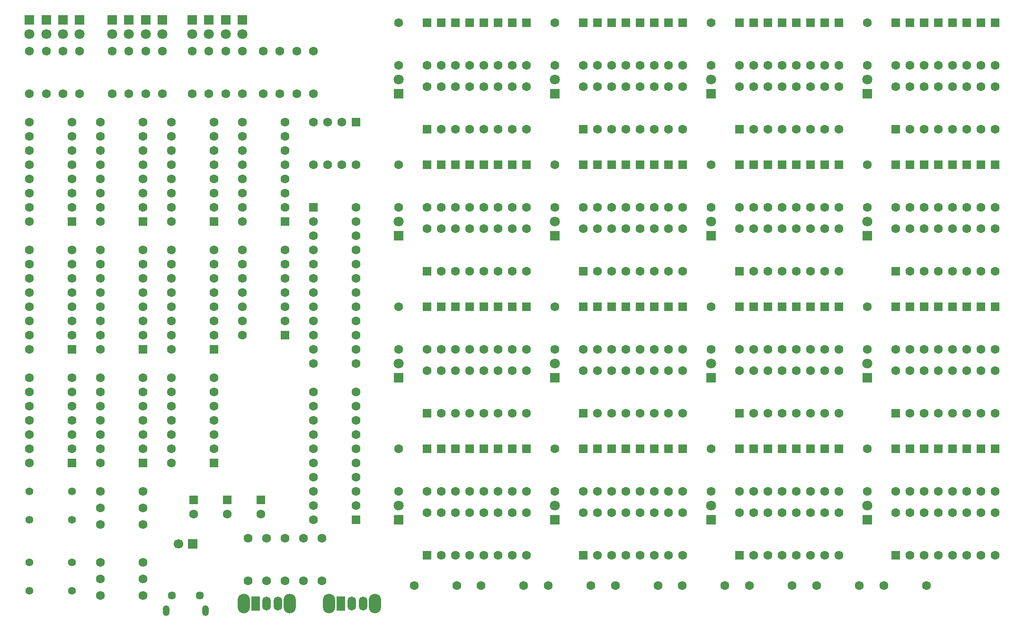
<source format=gbr>
%TF.GenerationSoftware,KiCad,Pcbnew,9.0.5*%
%TF.CreationDate,2025-10-14T21:49:14+01:00*%
%TF.ProjectId,TD4cpu,54443463-7075-42e6-9b69-6361645f7063,rev?*%
%TF.SameCoordinates,Original*%
%TF.FileFunction,Soldermask,Bot*%
%TF.FilePolarity,Negative*%
%FSLAX46Y46*%
G04 Gerber Fmt 4.6, Leading zero omitted, Abs format (unit mm)*
G04 Created by KiCad (PCBNEW 9.0.5) date 2025-10-14 21:49:14*
%MOMM*%
%LPD*%
G01*
G04 APERTURE LIST*
G04 Aperture macros list*
%AMRoundRect*
0 Rectangle with rounded corners*
0 $1 Rounding radius*
0 $2 $3 $4 $5 $6 $7 $8 $9 X,Y pos of 4 corners*
0 Add a 4 corners polygon primitive as box body*
4,1,4,$2,$3,$4,$5,$6,$7,$8,$9,$2,$3,0*
0 Add four circle primitives for the rounded corners*
1,1,$1+$1,$2,$3*
1,1,$1+$1,$4,$5*
1,1,$1+$1,$6,$7*
1,1,$1+$1,$8,$9*
0 Add four rect primitives between the rounded corners*
20,1,$1+$1,$2,$3,$4,$5,0*
20,1,$1+$1,$4,$5,$6,$7,0*
20,1,$1+$1,$6,$7,$8,$9,0*
20,1,$1+$1,$8,$9,$2,$3,0*%
G04 Aperture macros list end*
%ADD10RoundRect,0.250000X-0.550000X0.550000X-0.550000X-0.550000X0.550000X-0.550000X0.550000X0.550000X0*%
%ADD11C,1.600000*%
%ADD12R,1.800000X1.800000*%
%ADD13C,1.800000*%
%ADD14O,2.200000X3.500000*%
%ADD15R,1.500000X2.500000*%
%ADD16O,1.500000X2.500000*%
%ADD17RoundRect,0.250000X0.550000X0.550000X-0.550000X0.550000X-0.550000X-0.550000X0.550000X-0.550000X0*%
%ADD18RoundRect,0.250000X0.550000X-0.550000X0.550000X0.550000X-0.550000X0.550000X-0.550000X-0.550000X0*%
%ADD19RoundRect,0.250000X-0.550000X-0.550000X0.550000X-0.550000X0.550000X0.550000X-0.550000X0.550000X0*%
%ADD20C,1.397000*%
%ADD21R,1.700000X1.700000*%
%ADD22C,1.700000*%
%ADD23O,1.200000X1.900000*%
%ADD24C,1.450000*%
G04 APERTURE END LIST*
D10*
%TO.C,D36*%
X208280000Y-53340000D03*
D11*
X208280000Y-60960000D03*
%TD*%
D12*
%TO.C,D142*%
X175260000Y-142240000D03*
D13*
X175260000Y-139700000D03*
%TD*%
D10*
%TO.C,D126*%
X223520000Y-129540000D03*
D11*
X223520000Y-137160000D03*
%TD*%
D10*
%TO.C,D123*%
X182880000Y-129540000D03*
D11*
X182880000Y-137160000D03*
%TD*%
D14*
%TO.C,SW3*%
X91658000Y-157230000D03*
X99858000Y-157230000D03*
D15*
X93758000Y-157230000D03*
D16*
X95758000Y-157230000D03*
X97758000Y-157230000D03*
%TD*%
D10*
%TO.C,D42*%
X129540000Y-78740000D03*
D11*
X129540000Y-86360000D03*
%TD*%
D12*
%TO.C,D145*%
X203200000Y-116840000D03*
D13*
X203200000Y-114300000D03*
%TD*%
D17*
%TO.C,U13*%
X111760000Y-142240000D03*
D11*
X111760000Y-139700000D03*
X111760000Y-137160000D03*
X111760000Y-134620000D03*
X111760000Y-132080000D03*
X111760000Y-129540000D03*
X111760000Y-127000000D03*
X111760000Y-124460000D03*
X111760000Y-121920000D03*
X111760000Y-119380000D03*
X104140000Y-119380000D03*
X104140000Y-121920000D03*
X104140000Y-124460000D03*
X104140000Y-127000000D03*
X104140000Y-129540000D03*
X104140000Y-132080000D03*
X104140000Y-134620000D03*
X104140000Y-137160000D03*
X104140000Y-139700000D03*
X104140000Y-142240000D03*
%TD*%
D17*
%TO.C,U3*%
X86360000Y-132080000D03*
D11*
X86360000Y-129540000D03*
X86360000Y-127000000D03*
X86360000Y-124460000D03*
X86360000Y-121920000D03*
X86360000Y-119380000D03*
X86360000Y-116840000D03*
X78740000Y-116840000D03*
X78740000Y-119380000D03*
X78740000Y-121920000D03*
X78740000Y-124460000D03*
X78740000Y-127000000D03*
X78740000Y-129540000D03*
X78740000Y-132080000D03*
%TD*%
D17*
%TO.C,U7*%
X99060000Y-109220000D03*
D11*
X99060000Y-106680000D03*
X99060000Y-104140000D03*
X99060000Y-101600000D03*
X99060000Y-99060000D03*
X99060000Y-96520000D03*
X99060000Y-93980000D03*
X91440000Y-93980000D03*
X91440000Y-96520000D03*
X91440000Y-99060000D03*
X91440000Y-101600000D03*
X91440000Y-104140000D03*
X91440000Y-106680000D03*
X91440000Y-109220000D03*
%TD*%
D14*
%TO.C,SW4*%
X106898000Y-157230000D03*
X115098000Y-157230000D03*
D15*
X108998000Y-157230000D03*
D16*
X110998000Y-157230000D03*
X112998000Y-157230000D03*
%TD*%
D10*
%TO.C,D62*%
X223520000Y-78740000D03*
D11*
X223520000Y-86360000D03*
%TD*%
D17*
%TO.C,U10*%
X73660000Y-132080000D03*
D11*
X73660000Y-129540000D03*
X73660000Y-127000000D03*
X73660000Y-124460000D03*
X73660000Y-121920000D03*
X73660000Y-119380000D03*
X73660000Y-116840000D03*
X66040000Y-116840000D03*
X66040000Y-119380000D03*
X66040000Y-121920000D03*
X66040000Y-124460000D03*
X66040000Y-127000000D03*
X66040000Y-129540000D03*
X66040000Y-132080000D03*
%TD*%
D10*
%TO.C,D25*%
X187960000Y-53340000D03*
D11*
X187960000Y-60960000D03*
%TD*%
D10*
%TO.C,D40*%
X134620000Y-78740000D03*
D11*
X134620000Y-86360000D03*
%TD*%
%TO.C,R26*%
X194120000Y-154020000D03*
X201740000Y-154020000D03*
%TD*%
D12*
%TO.C,D141*%
X203200000Y-142240000D03*
D13*
X203200000Y-139700000D03*
%TD*%
D10*
%TO.C,D129*%
X215900000Y-129540000D03*
D11*
X215900000Y-137160000D03*
%TD*%
%TO.C,R21*%
X134120000Y-154020000D03*
X141740000Y-154020000D03*
%TD*%
%TO.C,R1*%
X66040000Y-137160000D03*
X73660000Y-137160000D03*
%TD*%
%TO.C,R4*%
X66040000Y-152860000D03*
X73660000Y-152860000D03*
%TD*%
%TO.C,R41*%
X175260000Y-104140000D03*
X175260000Y-111760000D03*
%TD*%
D10*
%TO.C,D17*%
X160020000Y-53340000D03*
D11*
X160020000Y-60960000D03*
%TD*%
D10*
%TO.C,D120*%
X190500000Y-129540000D03*
D11*
X190500000Y-137160000D03*
%TD*%
D10*
%TO.C,D108*%
X124460000Y-129540000D03*
D11*
X124460000Y-137160000D03*
%TD*%
D10*
%TO.C,D72*%
X134620000Y-104140000D03*
D11*
X134620000Y-111760000D03*
%TD*%
D10*
%TO.C,D124*%
X180340000Y-129540000D03*
D11*
X180340000Y-137160000D03*
%TD*%
D10*
%TO.C,D27*%
X182880000Y-53340000D03*
D11*
X182880000Y-60960000D03*
%TD*%
D10*
%TO.C,D60*%
X180340000Y-78740000D03*
D11*
X180340000Y-86360000D03*
%TD*%
D10*
%TO.C,D106*%
X129540000Y-129540000D03*
D11*
X129540000Y-137160000D03*
%TD*%
D10*
%TO.C,D75*%
X127000000Y-104140000D03*
D11*
X127000000Y-111760000D03*
%TD*%
D12*
%TO.C,D4*%
X82440000Y-52880000D03*
D13*
X82440000Y-55420000D03*
%TD*%
D10*
%TO.C,D45*%
X170180000Y-78740000D03*
D11*
X170180000Y-86360000D03*
%TD*%
D18*
%TO.C,SW18*%
X124460000Y-148590000D03*
D11*
X127000000Y-148590000D03*
X129540000Y-148590000D03*
X132080000Y-148590000D03*
X134620000Y-148590000D03*
X137160000Y-148590000D03*
X139700000Y-148590000D03*
X142240000Y-148590000D03*
X142240000Y-140970000D03*
X139700000Y-140970000D03*
X137160000Y-140970000D03*
X134620000Y-140970000D03*
X132080000Y-140970000D03*
X129540000Y-140970000D03*
X127000000Y-140970000D03*
X124460000Y-140970000D03*
%TD*%
D10*
%TO.C,D71*%
X137160000Y-104140000D03*
D11*
X137160000Y-111760000D03*
%TD*%
D10*
%TO.C,D31*%
X220980000Y-53340000D03*
D11*
X220980000Y-60960000D03*
%TD*%
D10*
%TO.C,D119*%
X193040000Y-129540000D03*
D11*
X193040000Y-137160000D03*
%TD*%
D10*
%TO.C,D46*%
X167640000Y-78740000D03*
D11*
X167640000Y-86360000D03*
%TD*%
D18*
%TO.C,SW14*%
X124460000Y-123190000D03*
D11*
X127000000Y-123190000D03*
X129540000Y-123190000D03*
X132080000Y-123190000D03*
X134620000Y-123190000D03*
X137160000Y-123190000D03*
X139700000Y-123190000D03*
X142240000Y-123190000D03*
X142240000Y-115570000D03*
X139700000Y-115570000D03*
X137160000Y-115570000D03*
X134620000Y-115570000D03*
X132080000Y-115570000D03*
X129540000Y-115570000D03*
X127000000Y-115570000D03*
X124460000Y-115570000D03*
%TD*%
%TO.C,R47*%
X119380000Y-78740000D03*
X119380000Y-86360000D03*
%TD*%
%TO.C,R24*%
X170120000Y-154020000D03*
X177740000Y-154020000D03*
%TD*%
D10*
%TO.C,D86*%
X195580000Y-104140000D03*
D11*
X195580000Y-111760000D03*
%TD*%
D10*
%TO.C,D117*%
X198120000Y-129540000D03*
D11*
X198120000Y-137160000D03*
%TD*%
D17*
%TO.C,U2*%
X86360000Y-88900000D03*
D11*
X86360000Y-86360000D03*
X86360000Y-83820000D03*
X86360000Y-81280000D03*
X86360000Y-78740000D03*
X86360000Y-76200000D03*
X86360000Y-73660000D03*
X86360000Y-71120000D03*
X78740000Y-71120000D03*
X78740000Y-73660000D03*
X78740000Y-76200000D03*
X78740000Y-78740000D03*
X78740000Y-81280000D03*
X78740000Y-83820000D03*
X78740000Y-86360000D03*
X78740000Y-88900000D03*
%TD*%
D10*
%TO.C,D121*%
X187960000Y-129540000D03*
D11*
X187960000Y-137160000D03*
%TD*%
D10*
%TO.C,D114*%
X157480000Y-129540000D03*
D11*
X157480000Y-137160000D03*
%TD*%
D10*
%TO.C,D128*%
X218440000Y-129540000D03*
D11*
X218440000Y-137160000D03*
%TD*%
D10*
%TO.C,D113*%
X160020000Y-129540000D03*
D11*
X160020000Y-137160000D03*
%TD*%
D10*
%TO.C,D97*%
X215900000Y-104140000D03*
D11*
X215900000Y-111760000D03*
%TD*%
D10*
%TO.C,D61*%
X226060000Y-78740000D03*
D11*
X226060000Y-86360000D03*
%TD*%
D10*
%TO.C,D8*%
X134620000Y-53340000D03*
D11*
X134620000Y-60960000D03*
%TD*%
D12*
%TO.C,D133*%
X53340000Y-52880000D03*
D13*
X53340000Y-55420000D03*
%TD*%
D10*
%TO.C,D11*%
X127000000Y-53340000D03*
D11*
X127000000Y-60960000D03*
%TD*%
%TO.C,R20*%
X122120000Y-154020000D03*
X129740000Y-154020000D03*
%TD*%
D10*
%TO.C,D96*%
X218440000Y-104140000D03*
D11*
X218440000Y-111760000D03*
%TD*%
D10*
%TO.C,D57*%
X187960000Y-78740000D03*
D11*
X187960000Y-86360000D03*
%TD*%
%TO.C,R19*%
X104140000Y-66040000D03*
X104140000Y-58420000D03*
%TD*%
D18*
%TO.C,SW20*%
X180340000Y-148590000D03*
D11*
X182880000Y-148590000D03*
X185420000Y-148590000D03*
X187960000Y-148590000D03*
X190500000Y-148590000D03*
X193040000Y-148590000D03*
X195580000Y-148590000D03*
X198120000Y-148590000D03*
X198120000Y-140970000D03*
X195580000Y-140970000D03*
X193040000Y-140970000D03*
X190500000Y-140970000D03*
X187960000Y-140970000D03*
X185420000Y-140970000D03*
X182880000Y-140970000D03*
X180340000Y-140970000D03*
%TD*%
D12*
%TO.C,D147*%
X147320000Y-116840000D03*
D13*
X147320000Y-114300000D03*
%TD*%
D12*
%TO.C,D2*%
X88440000Y-52880000D03*
D13*
X88440000Y-55420000D03*
%TD*%
D18*
%TO.C,SW6*%
X124460000Y-72390000D03*
D11*
X127000000Y-72390000D03*
X129540000Y-72390000D03*
X132080000Y-72390000D03*
X134620000Y-72390000D03*
X137160000Y-72390000D03*
X139700000Y-72390000D03*
X142240000Y-72390000D03*
X142240000Y-64770000D03*
X139700000Y-64770000D03*
X137160000Y-64770000D03*
X134620000Y-64770000D03*
X132080000Y-64770000D03*
X129540000Y-64770000D03*
X127000000Y-64770000D03*
X124460000Y-64770000D03*
%TD*%
D10*
%TO.C,D56*%
X190500000Y-78740000D03*
D11*
X190500000Y-86360000D03*
%TD*%
%TO.C,R35*%
X77120000Y-66040000D03*
X77120000Y-58420000D03*
%TD*%
D19*
%TO.C,U12*%
X104140000Y-86360000D03*
D11*
X104140000Y-88900000D03*
X104140000Y-91440000D03*
X104140000Y-93980000D03*
X104140000Y-96520000D03*
X104140000Y-99060000D03*
X104140000Y-101600000D03*
X104140000Y-104140000D03*
X104140000Y-106680000D03*
X104140000Y-109220000D03*
X104140000Y-111760000D03*
X104140000Y-114300000D03*
X111760000Y-114300000D03*
X111760000Y-111760000D03*
X111760000Y-109220000D03*
X111760000Y-106680000D03*
X111760000Y-104140000D03*
X111760000Y-101600000D03*
X111760000Y-99060000D03*
X111760000Y-96520000D03*
X111760000Y-93980000D03*
X111760000Y-91440000D03*
X111760000Y-88900000D03*
X111760000Y-86360000D03*
%TD*%
D10*
%TO.C,D122*%
X185420000Y-129540000D03*
D11*
X185420000Y-137160000D03*
%TD*%
D10*
%TO.C,D102*%
X139700000Y-129540000D03*
D11*
X139700000Y-137160000D03*
%TD*%
%TO.C,R14*%
X88440000Y-66040000D03*
X88440000Y-58420000D03*
%TD*%
D10*
%TO.C,D55*%
X193040000Y-78740000D03*
D11*
X193040000Y-86360000D03*
%TD*%
D12*
%TO.C,D151*%
X147320000Y-91440000D03*
D13*
X147320000Y-88900000D03*
%TD*%
D18*
%TO.C,SW17*%
X208280000Y-123190000D03*
D11*
X210820000Y-123190000D03*
X213360000Y-123190000D03*
X215900000Y-123190000D03*
X218440000Y-123190000D03*
X220980000Y-123190000D03*
X223520000Y-123190000D03*
X226060000Y-123190000D03*
X226060000Y-115570000D03*
X223520000Y-115570000D03*
X220980000Y-115570000D03*
X218440000Y-115570000D03*
X215900000Y-115570000D03*
X213360000Y-115570000D03*
X210820000Y-115570000D03*
X208280000Y-115570000D03*
%TD*%
D10*
%TO.C,D132*%
X208280000Y-129540000D03*
D11*
X208280000Y-137160000D03*
%TD*%
D10*
%TO.C,D20*%
X152400000Y-53340000D03*
D11*
X152400000Y-60960000D03*
%TD*%
D10*
%TO.C,D99*%
X210820000Y-104140000D03*
D11*
X210820000Y-111760000D03*
%TD*%
D10*
%TO.C,D5*%
X142240000Y-53340000D03*
D11*
X142240000Y-60960000D03*
%TD*%
D12*
%TO.C,D143*%
X147320000Y-142240000D03*
D13*
X147320000Y-139700000D03*
%TD*%
D10*
%TO.C,D66*%
X213360000Y-78740000D03*
D11*
X213360000Y-86360000D03*
%TD*%
%TO.C,R42*%
X147320000Y-104140000D03*
X147320000Y-111760000D03*
%TD*%
D10*
%TO.C,D101*%
X142240000Y-129540000D03*
D11*
X142240000Y-137160000D03*
%TD*%
D17*
%TO.C,U8*%
X60960000Y-111760000D03*
D11*
X60960000Y-109220000D03*
X60960000Y-106680000D03*
X60960000Y-104140000D03*
X60960000Y-101600000D03*
X60960000Y-99060000D03*
X60960000Y-96520000D03*
X60960000Y-93980000D03*
X53340000Y-93980000D03*
X53340000Y-96520000D03*
X53340000Y-99060000D03*
X53340000Y-101600000D03*
X53340000Y-104140000D03*
X53340000Y-106680000D03*
X53340000Y-109220000D03*
X53340000Y-111760000D03*
%TD*%
D18*
%TO.C,SW11*%
X152400000Y-97790000D03*
D11*
X154940000Y-97790000D03*
X157480000Y-97790000D03*
X160020000Y-97790000D03*
X162560000Y-97790000D03*
X165100000Y-97790000D03*
X167640000Y-97790000D03*
X170180000Y-97790000D03*
X170180000Y-90170000D03*
X167640000Y-90170000D03*
X165100000Y-90170000D03*
X162560000Y-90170000D03*
X160020000Y-90170000D03*
X157480000Y-90170000D03*
X154940000Y-90170000D03*
X152400000Y-90170000D03*
%TD*%
D20*
%TO.C,SW2*%
X53340000Y-149860000D03*
X60960000Y-149860000D03*
X53340000Y-154940000D03*
X60960000Y-154940000D03*
%TD*%
D17*
%TO.C,U5*%
X99060000Y-88900000D03*
D11*
X99060000Y-86360000D03*
X99060000Y-83820000D03*
X99060000Y-81280000D03*
X99060000Y-78740000D03*
X99060000Y-76200000D03*
X99060000Y-73660000D03*
X99060000Y-71120000D03*
X91440000Y-71120000D03*
X91440000Y-73660000D03*
X91440000Y-76200000D03*
X91440000Y-78740000D03*
X91440000Y-81280000D03*
X91440000Y-83820000D03*
X91440000Y-86360000D03*
X91440000Y-88900000D03*
%TD*%
D10*
%TO.C,D131*%
X210820000Y-129540000D03*
D11*
X210820000Y-137160000D03*
%TD*%
%TO.C,R43*%
X119380000Y-104140000D03*
X119380000Y-111760000D03*
%TD*%
D18*
%TO.C,SW15*%
X152400000Y-123190000D03*
D11*
X154940000Y-123190000D03*
X157480000Y-123190000D03*
X160020000Y-123190000D03*
X162560000Y-123190000D03*
X165100000Y-123190000D03*
X167640000Y-123190000D03*
X170180000Y-123190000D03*
X170180000Y-115570000D03*
X167640000Y-115570000D03*
X165100000Y-115570000D03*
X162560000Y-115570000D03*
X160020000Y-115570000D03*
X157480000Y-115570000D03*
X154940000Y-115570000D03*
X152400000Y-115570000D03*
%TD*%
%TO.C,R33*%
X71120000Y-66040000D03*
X71120000Y-58420000D03*
%TD*%
D12*
%TO.C,D136*%
X62340000Y-52880000D03*
D13*
X62340000Y-55420000D03*
%TD*%
D12*
%TO.C,D153*%
X203200000Y-66040000D03*
D13*
X203200000Y-63500000D03*
%TD*%
D10*
%TO.C,D24*%
X190500000Y-53340000D03*
D11*
X190500000Y-60960000D03*
%TD*%
D18*
%TO.C,SW9*%
X208280000Y-72390000D03*
D11*
X210820000Y-72390000D03*
X213360000Y-72390000D03*
X215900000Y-72390000D03*
X218440000Y-72390000D03*
X220980000Y-72390000D03*
X223520000Y-72390000D03*
X226060000Y-72390000D03*
X226060000Y-64770000D03*
X223520000Y-64770000D03*
X220980000Y-64770000D03*
X218440000Y-64770000D03*
X215900000Y-64770000D03*
X213360000Y-64770000D03*
X210820000Y-64770000D03*
X208280000Y-64770000D03*
%TD*%
%TO.C,R8*%
X99060000Y-153162000D03*
X99060000Y-145542000D03*
%TD*%
D18*
%TO.C,SW16*%
X180340000Y-123190000D03*
D11*
X182880000Y-123190000D03*
X185420000Y-123190000D03*
X187960000Y-123190000D03*
X190500000Y-123190000D03*
X193040000Y-123190000D03*
X195580000Y-123190000D03*
X198120000Y-123190000D03*
X198120000Y-115570000D03*
X195580000Y-115570000D03*
X193040000Y-115570000D03*
X190500000Y-115570000D03*
X187960000Y-115570000D03*
X185420000Y-115570000D03*
X182880000Y-115570000D03*
X180340000Y-115570000D03*
%TD*%
D10*
%TO.C,D70*%
X139700000Y-104140000D03*
D11*
X139700000Y-111760000D03*
%TD*%
D10*
%TO.C,D95*%
X220980000Y-104140000D03*
D11*
X220980000Y-111760000D03*
%TD*%
%TO.C,R17*%
X98140000Y-66040000D03*
X98140000Y-58420000D03*
%TD*%
%TO.C,R12*%
X82440000Y-66040000D03*
X82440000Y-58420000D03*
%TD*%
D10*
%TO.C,C2*%
X82742000Y-138748888D03*
D11*
X82742000Y-141248888D03*
%TD*%
D21*
%TO.C,J2*%
X82555000Y-146558000D03*
D22*
X80015000Y-146558000D03*
%TD*%
D10*
%TO.C,D98*%
X213360000Y-104140000D03*
D11*
X213360000Y-111760000D03*
%TD*%
D12*
%TO.C,D138*%
X71120000Y-52880000D03*
D13*
X71120000Y-55420000D03*
%TD*%
D10*
%TO.C,D6*%
X139700000Y-53340000D03*
D11*
X139700000Y-60960000D03*
%TD*%
D10*
%TO.C,D44*%
X124460000Y-78740000D03*
D11*
X124460000Y-86360000D03*
%TD*%
D17*
%TO.C,U4*%
X73660000Y-88900000D03*
D11*
X73660000Y-86360000D03*
X73660000Y-83820000D03*
X73660000Y-81280000D03*
X73660000Y-78740000D03*
X73660000Y-76200000D03*
X73660000Y-73660000D03*
X73660000Y-71120000D03*
X66040000Y-71120000D03*
X66040000Y-73660000D03*
X66040000Y-76200000D03*
X66040000Y-78740000D03*
X66040000Y-81280000D03*
X66040000Y-83820000D03*
X66040000Y-86360000D03*
X66040000Y-88900000D03*
%TD*%
D10*
%TO.C,D104*%
X134620000Y-129540000D03*
D11*
X134620000Y-137160000D03*
%TD*%
%TO.C,R15*%
X91440000Y-66040000D03*
X91440000Y-58420000D03*
%TD*%
D10*
%TO.C,D63*%
X220980000Y-78740000D03*
D11*
X220980000Y-86360000D03*
%TD*%
D10*
%TO.C,D34*%
X213360000Y-53340000D03*
D11*
X213360000Y-60960000D03*
%TD*%
D12*
%TO.C,D3*%
X85440000Y-52880000D03*
D13*
X85440000Y-55420000D03*
%TD*%
D10*
%TO.C,D52*%
X152400000Y-78740000D03*
D11*
X152400000Y-86360000D03*
%TD*%
D10*
%TO.C,D67*%
X210820000Y-78740000D03*
D11*
X210820000Y-86360000D03*
%TD*%
D12*
%TO.C,D137*%
X68120000Y-52880000D03*
D13*
X68120000Y-55420000D03*
%TD*%
D18*
%TO.C,SW7*%
X152400000Y-72390000D03*
D11*
X154940000Y-72390000D03*
X157480000Y-72390000D03*
X160020000Y-72390000D03*
X162560000Y-72390000D03*
X165100000Y-72390000D03*
X167640000Y-72390000D03*
X170180000Y-72390000D03*
X170180000Y-64770000D03*
X167640000Y-64770000D03*
X165100000Y-64770000D03*
X162560000Y-64770000D03*
X160020000Y-64770000D03*
X157480000Y-64770000D03*
X154940000Y-64770000D03*
X152400000Y-64770000D03*
%TD*%
D10*
%TO.C,D18*%
X157480000Y-53340000D03*
D11*
X157480000Y-60960000D03*
%TD*%
D10*
%TO.C,D33*%
X215900000Y-53340000D03*
D11*
X215900000Y-60960000D03*
%TD*%
D10*
%TO.C,D85*%
X198120000Y-104140000D03*
D11*
X198120000Y-111760000D03*
%TD*%
D12*
%TO.C,D140*%
X77120000Y-52880000D03*
D13*
X77120000Y-55420000D03*
%TD*%
D10*
%TO.C,D48*%
X162560000Y-78740000D03*
D11*
X162560000Y-86360000D03*
%TD*%
D10*
%TO.C,D21*%
X198120000Y-53340000D03*
D11*
X198120000Y-60960000D03*
%TD*%
D10*
%TO.C,D115*%
X154940000Y-129540000D03*
D11*
X154940000Y-137160000D03*
%TD*%
D10*
%TO.C,D127*%
X220980000Y-129540000D03*
D11*
X220980000Y-137160000D03*
%TD*%
%TO.C,R50*%
X147320000Y-53340000D03*
X147320000Y-60960000D03*
%TD*%
%TO.C,R25*%
X182120000Y-154020000D03*
X189740000Y-154020000D03*
%TD*%
D18*
%TO.C,SW8*%
X180340000Y-72390000D03*
D11*
X182880000Y-72390000D03*
X185420000Y-72390000D03*
X187960000Y-72390000D03*
X190500000Y-72390000D03*
X193040000Y-72390000D03*
X195580000Y-72390000D03*
X198120000Y-72390000D03*
X198120000Y-64770000D03*
X195580000Y-64770000D03*
X193040000Y-64770000D03*
X190500000Y-64770000D03*
X187960000Y-64770000D03*
X185420000Y-64770000D03*
X182880000Y-64770000D03*
X180340000Y-64770000D03*
%TD*%
D10*
%TO.C,D81*%
X160020000Y-104140000D03*
D11*
X160020000Y-111760000D03*
%TD*%
D10*
%TO.C,D10*%
X129540000Y-53340000D03*
D11*
X129540000Y-60960000D03*
%TD*%
D17*
%TO.C,U11*%
X86360000Y-111760000D03*
D11*
X86360000Y-109220000D03*
X86360000Y-106680000D03*
X86360000Y-104140000D03*
X86360000Y-101600000D03*
X86360000Y-99060000D03*
X86360000Y-96520000D03*
X86360000Y-93980000D03*
X78740000Y-93980000D03*
X78740000Y-96520000D03*
X78740000Y-99060000D03*
X78740000Y-101600000D03*
X78740000Y-104140000D03*
X78740000Y-106680000D03*
X78740000Y-109220000D03*
X78740000Y-111760000D03*
%TD*%
%TO.C,R36*%
X203200000Y-129540000D03*
X203200000Y-137160000D03*
%TD*%
D10*
%TO.C,D39*%
X137160000Y-78740000D03*
D11*
X137160000Y-86360000D03*
%TD*%
D10*
%TO.C,D116*%
X152400000Y-129540000D03*
D11*
X152400000Y-137160000D03*
%TD*%
D10*
%TO.C,D58*%
X185420000Y-78740000D03*
D11*
X185420000Y-86360000D03*
%TD*%
D10*
%TO.C,D15*%
X165100000Y-53340000D03*
D11*
X165100000Y-60960000D03*
%TD*%
D10*
%TO.C,D38*%
X139700000Y-78740000D03*
D11*
X139700000Y-86360000D03*
%TD*%
D10*
%TO.C,D53*%
X198120000Y-78740000D03*
D11*
X198120000Y-86360000D03*
%TD*%
D10*
%TO.C,D37*%
X142240000Y-78740000D03*
D11*
X142240000Y-86360000D03*
%TD*%
D10*
%TO.C,D47*%
X165100000Y-78740000D03*
D11*
X165100000Y-86360000D03*
%TD*%
D10*
%TO.C,D82*%
X157480000Y-104140000D03*
D11*
X157480000Y-111760000D03*
%TD*%
%TO.C,R6*%
X95758000Y-153162000D03*
X95758000Y-145542000D03*
%TD*%
D10*
%TO.C,D16*%
X162560000Y-53340000D03*
D11*
X162560000Y-60960000D03*
%TD*%
D10*
%TO.C,D68*%
X208280000Y-78740000D03*
D11*
X208280000Y-86360000D03*
%TD*%
D10*
%TO.C,D93*%
X226060000Y-104140000D03*
D11*
X226060000Y-111760000D03*
%TD*%
D12*
%TO.C,D156*%
X119380000Y-66040000D03*
D13*
X119380000Y-63500000D03*
%TD*%
D10*
%TO.C,D35*%
X210820000Y-53340000D03*
D11*
X210820000Y-60960000D03*
%TD*%
D12*
%TO.C,D154*%
X175260000Y-66040000D03*
D13*
X175260000Y-63500000D03*
%TD*%
D11*
%TO.C,R49*%
X175260000Y-53340000D03*
X175260000Y-60960000D03*
%TD*%
D10*
%TO.C,D87*%
X193040000Y-104140000D03*
D11*
X193040000Y-111760000D03*
%TD*%
D10*
%TO.C,C3*%
X94742000Y-138748888D03*
D11*
X94742000Y-141248888D03*
%TD*%
%TO.C,R3*%
X66040000Y-140160000D03*
X73660000Y-140160000D03*
%TD*%
D10*
%TO.C,D51*%
X154940000Y-78740000D03*
D11*
X154940000Y-86360000D03*
%TD*%
D10*
%TO.C,D14*%
X167640000Y-53340000D03*
D11*
X167640000Y-60960000D03*
%TD*%
D10*
%TO.C,D79*%
X165100000Y-104140000D03*
D11*
X165100000Y-111760000D03*
%TD*%
%TO.C,R5*%
X66040000Y-143160000D03*
X73660000Y-143160000D03*
%TD*%
D10*
%TO.C,D12*%
X124460000Y-53340000D03*
D11*
X124460000Y-60960000D03*
%TD*%
%TO.C,R16*%
X95140000Y-66040000D03*
X95140000Y-58420000D03*
%TD*%
D10*
%TO.C,D13*%
X170180000Y-53340000D03*
D11*
X170180000Y-60960000D03*
%TD*%
D10*
%TO.C,D64*%
X218440000Y-78740000D03*
D11*
X218440000Y-86360000D03*
%TD*%
D10*
%TO.C,D76*%
X124460000Y-104140000D03*
D11*
X124460000Y-111760000D03*
%TD*%
D10*
%TO.C,D69*%
X142240000Y-104140000D03*
D11*
X142240000Y-111760000D03*
%TD*%
D12*
%TO.C,D1*%
X91440000Y-52880000D03*
D13*
X91440000Y-55420000D03*
%TD*%
D12*
%TO.C,D155*%
X147320000Y-66040000D03*
D13*
X147320000Y-63500000D03*
%TD*%
D10*
%TO.C,D78*%
X167640000Y-104140000D03*
D11*
X167640000Y-111760000D03*
%TD*%
D10*
%TO.C,D130*%
X213360000Y-129540000D03*
D11*
X213360000Y-137160000D03*
%TD*%
D12*
%TO.C,D149*%
X203200000Y-91440000D03*
D13*
X203200000Y-88900000D03*
%TD*%
D10*
%TO.C,D80*%
X162560000Y-104140000D03*
D11*
X162560000Y-111760000D03*
%TD*%
D12*
%TO.C,D144*%
X119380000Y-142240000D03*
D13*
X119380000Y-139700000D03*
%TD*%
D10*
%TO.C,C1*%
X88742000Y-138748888D03*
D11*
X88742000Y-141248888D03*
%TD*%
D10*
%TO.C,D94*%
X223520000Y-104140000D03*
D11*
X223520000Y-111760000D03*
%TD*%
%TO.C,R28*%
X53340000Y-66040000D03*
X53340000Y-58420000D03*
%TD*%
%TO.C,R11*%
X105664000Y-145542000D03*
X105664000Y-153162000D03*
%TD*%
%TO.C,R9*%
X92456000Y-153162000D03*
X92456000Y-145542000D03*
%TD*%
%TO.C,R30*%
X59340000Y-66040000D03*
X59340000Y-58420000D03*
%TD*%
D18*
%TO.C,SW13*%
X208280000Y-97790000D03*
D11*
X210820000Y-97790000D03*
X213360000Y-97790000D03*
X215900000Y-97790000D03*
X218440000Y-97790000D03*
X220980000Y-97790000D03*
X223520000Y-97790000D03*
X226060000Y-97790000D03*
X226060000Y-90170000D03*
X223520000Y-90170000D03*
X220980000Y-90170000D03*
X218440000Y-90170000D03*
X215900000Y-90170000D03*
X213360000Y-90170000D03*
X210820000Y-90170000D03*
X208280000Y-90170000D03*
%TD*%
D18*
%TO.C,SW21*%
X208280000Y-148590000D03*
D11*
X210820000Y-148590000D03*
X213360000Y-148590000D03*
X215900000Y-148590000D03*
X218440000Y-148590000D03*
X220980000Y-148590000D03*
X223520000Y-148590000D03*
X226060000Y-148590000D03*
X226060000Y-140970000D03*
X223520000Y-140970000D03*
X220980000Y-140970000D03*
X218440000Y-140970000D03*
X215900000Y-140970000D03*
X213360000Y-140970000D03*
X210820000Y-140970000D03*
X208280000Y-140970000D03*
%TD*%
%TO.C,R10*%
X102362000Y-145542000D03*
X102362000Y-153162000D03*
%TD*%
D10*
%TO.C,D89*%
X187960000Y-104140000D03*
D11*
X187960000Y-111760000D03*
%TD*%
%TO.C,R2*%
X66040000Y-155860000D03*
X73660000Y-155860000D03*
%TD*%
%TO.C,R46*%
X147320000Y-78740000D03*
X147320000Y-86360000D03*
%TD*%
%TO.C,R34*%
X74120000Y-66040000D03*
X74120000Y-58420000D03*
%TD*%
D10*
%TO.C,D103*%
X137160000Y-129540000D03*
D11*
X137160000Y-137160000D03*
%TD*%
D17*
%TO.C,U9*%
X73660000Y-111760000D03*
D11*
X73660000Y-109220000D03*
X73660000Y-106680000D03*
X73660000Y-104140000D03*
X73660000Y-101600000D03*
X73660000Y-99060000D03*
X73660000Y-96520000D03*
X73660000Y-93980000D03*
X66040000Y-93980000D03*
X66040000Y-96520000D03*
X66040000Y-99060000D03*
X66040000Y-101600000D03*
X66040000Y-104140000D03*
X66040000Y-106680000D03*
X66040000Y-109220000D03*
X66040000Y-111760000D03*
%TD*%
%TO.C,R51*%
X119380000Y-53340000D03*
X119380000Y-60960000D03*
%TD*%
D17*
%TO.C,U1*%
X60960000Y-88900000D03*
D11*
X60960000Y-86360000D03*
X60960000Y-83820000D03*
X60960000Y-81280000D03*
X60960000Y-78740000D03*
X60960000Y-76200000D03*
X60960000Y-73660000D03*
X60960000Y-71120000D03*
X53340000Y-71120000D03*
X53340000Y-73660000D03*
X53340000Y-76200000D03*
X53340000Y-78740000D03*
X53340000Y-81280000D03*
X53340000Y-83820000D03*
X53340000Y-86360000D03*
X53340000Y-88900000D03*
%TD*%
D10*
%TO.C,D107*%
X127000000Y-129540000D03*
D11*
X127000000Y-137160000D03*
%TD*%
D10*
%TO.C,D7*%
X137160000Y-53340000D03*
D11*
X137160000Y-60960000D03*
%TD*%
D10*
%TO.C,D22*%
X195580000Y-53340000D03*
D11*
X195580000Y-60960000D03*
%TD*%
D10*
%TO.C,D110*%
X167640000Y-129540000D03*
D11*
X167640000Y-137160000D03*
%TD*%
%TO.C,R38*%
X147320000Y-129540000D03*
X147320000Y-137160000D03*
%TD*%
D10*
%TO.C,D41*%
X132080000Y-78740000D03*
D11*
X132080000Y-86360000D03*
%TD*%
%TO.C,R39*%
X119380000Y-129540000D03*
X119380000Y-137160000D03*
%TD*%
D17*
%TO.C,U6*%
X60960000Y-132080000D03*
D11*
X60960000Y-129540000D03*
X60960000Y-127000000D03*
X60960000Y-124460000D03*
X60960000Y-121920000D03*
X60960000Y-119380000D03*
X60960000Y-116840000D03*
X53340000Y-116840000D03*
X53340000Y-119380000D03*
X53340000Y-121920000D03*
X53340000Y-124460000D03*
X53340000Y-127000000D03*
X53340000Y-129540000D03*
X53340000Y-132080000D03*
%TD*%
D10*
%TO.C,D29*%
X226060000Y-53340000D03*
D11*
X226060000Y-60960000D03*
%TD*%
D18*
%TO.C,SW19*%
X152400000Y-148590000D03*
D11*
X154940000Y-148590000D03*
X157480000Y-148590000D03*
X160020000Y-148590000D03*
X162560000Y-148590000D03*
X165100000Y-148590000D03*
X167640000Y-148590000D03*
X170180000Y-148590000D03*
X170180000Y-140970000D03*
X167640000Y-140970000D03*
X165100000Y-140970000D03*
X162560000Y-140970000D03*
X160020000Y-140970000D03*
X157480000Y-140970000D03*
X154940000Y-140970000D03*
X152400000Y-140970000D03*
%TD*%
D12*
%TO.C,D150*%
X175260000Y-91440000D03*
D13*
X175260000Y-88900000D03*
%TD*%
D20*
%TO.C,SW1*%
X53340000Y-137160000D03*
X60960000Y-137160000D03*
X53340000Y-142240000D03*
X60960000Y-142240000D03*
%TD*%
D10*
%TO.C,D77*%
X170180000Y-104140000D03*
D11*
X170180000Y-111760000D03*
%TD*%
D10*
%TO.C,SW5*%
X111760000Y-71120000D03*
D11*
X109220000Y-71120000D03*
X106680000Y-71120000D03*
X104140000Y-71120000D03*
X104140000Y-78740000D03*
X106680000Y-78740000D03*
X109220000Y-78740000D03*
X111760000Y-78740000D03*
%TD*%
%TO.C,R32*%
X68120000Y-66040000D03*
X68120000Y-58420000D03*
%TD*%
%TO.C,R13*%
X85440000Y-66040000D03*
X85440000Y-58420000D03*
%TD*%
D10*
%TO.C,D26*%
X185420000Y-53340000D03*
D11*
X185420000Y-60960000D03*
%TD*%
D10*
%TO.C,D91*%
X182880000Y-104140000D03*
D11*
X182880000Y-111760000D03*
%TD*%
D10*
%TO.C,D43*%
X127000000Y-78740000D03*
D11*
X127000000Y-86360000D03*
%TD*%
%TO.C,R44*%
X203200000Y-78740000D03*
X203200000Y-86360000D03*
%TD*%
D10*
%TO.C,D109*%
X170180000Y-129540000D03*
D11*
X170180000Y-137160000D03*
%TD*%
D10*
%TO.C,D90*%
X185420000Y-104140000D03*
D11*
X185420000Y-111760000D03*
%TD*%
D12*
%TO.C,D134*%
X56340000Y-52880000D03*
D13*
X56340000Y-55420000D03*
%TD*%
D18*
%TO.C,SW10*%
X124460000Y-97790000D03*
D11*
X127000000Y-97790000D03*
X129540000Y-97790000D03*
X132080000Y-97790000D03*
X134620000Y-97790000D03*
X137160000Y-97790000D03*
X139700000Y-97790000D03*
X142240000Y-97790000D03*
X142240000Y-90170000D03*
X139700000Y-90170000D03*
X137160000Y-90170000D03*
X134620000Y-90170000D03*
X132080000Y-90170000D03*
X129540000Y-90170000D03*
X127000000Y-90170000D03*
X124460000Y-90170000D03*
%TD*%
D10*
%TO.C,D9*%
X132080000Y-53340000D03*
D11*
X132080000Y-60960000D03*
%TD*%
D10*
%TO.C,D30*%
X223520000Y-53340000D03*
D11*
X223520000Y-60960000D03*
%TD*%
D10*
%TO.C,D100*%
X208280000Y-104140000D03*
D11*
X208280000Y-111760000D03*
%TD*%
D10*
%TO.C,D88*%
X190500000Y-104140000D03*
D11*
X190500000Y-111760000D03*
%TD*%
D10*
%TO.C,D83*%
X154940000Y-104140000D03*
D11*
X154940000Y-111760000D03*
%TD*%
%TO.C,R18*%
X101140000Y-66040000D03*
X101140000Y-58420000D03*
%TD*%
D12*
%TO.C,D139*%
X74120000Y-52880000D03*
D13*
X74120000Y-55420000D03*
%TD*%
D11*
%TO.C,R40*%
X203200000Y-104140000D03*
X203200000Y-111760000D03*
%TD*%
D10*
%TO.C,D23*%
X193040000Y-53340000D03*
D11*
X193040000Y-60960000D03*
%TD*%
%TO.C,R7*%
X66040000Y-149860000D03*
X73660000Y-149860000D03*
%TD*%
D10*
%TO.C,D118*%
X195580000Y-129540000D03*
D11*
X195580000Y-137160000D03*
%TD*%
D12*
%TO.C,D152*%
X119380000Y-91440000D03*
D13*
X119380000Y-88900000D03*
%TD*%
D10*
%TO.C,D73*%
X132080000Y-104140000D03*
D11*
X132080000Y-111760000D03*
%TD*%
%TO.C,R27*%
X206120000Y-154020000D03*
X213740000Y-154020000D03*
%TD*%
D10*
%TO.C,D49*%
X160020000Y-78740000D03*
D11*
X160020000Y-86360000D03*
%TD*%
%TO.C,R37*%
X175260000Y-129540000D03*
X175260000Y-137160000D03*
%TD*%
D10*
%TO.C,D125*%
X226060000Y-129540000D03*
D11*
X226060000Y-137160000D03*
%TD*%
D10*
%TO.C,D74*%
X129540000Y-104140000D03*
D11*
X129540000Y-111760000D03*
%TD*%
D18*
%TO.C,SW12*%
X180340000Y-97790000D03*
D11*
X182880000Y-97790000D03*
X185420000Y-97790000D03*
X187960000Y-97790000D03*
X190500000Y-97790000D03*
X193040000Y-97790000D03*
X195580000Y-97790000D03*
X198120000Y-97790000D03*
X198120000Y-90170000D03*
X195580000Y-90170000D03*
X193040000Y-90170000D03*
X190500000Y-90170000D03*
X187960000Y-90170000D03*
X185420000Y-90170000D03*
X182880000Y-90170000D03*
X180340000Y-90170000D03*
%TD*%
D10*
%TO.C,D50*%
X157480000Y-78740000D03*
D11*
X157480000Y-86360000D03*
%TD*%
D10*
%TO.C,D111*%
X165100000Y-129540000D03*
D11*
X165100000Y-137160000D03*
%TD*%
%TO.C,R45*%
X175260000Y-78740000D03*
X175260000Y-86360000D03*
%TD*%
D10*
%TO.C,D32*%
X218440000Y-53340000D03*
D11*
X218440000Y-60960000D03*
%TD*%
D10*
%TO.C,D19*%
X154940000Y-53340000D03*
D11*
X154940000Y-60960000D03*
%TD*%
D10*
%TO.C,D84*%
X152400000Y-104140000D03*
D11*
X152400000Y-111760000D03*
%TD*%
%TO.C,R48*%
X203200000Y-53340000D03*
X203200000Y-60960000D03*
%TD*%
D10*
%TO.C,D28*%
X180340000Y-53340000D03*
D11*
X180340000Y-60960000D03*
%TD*%
D10*
%TO.C,D92*%
X180340000Y-104140000D03*
D11*
X180340000Y-111760000D03*
%TD*%
D12*
%TO.C,D146*%
X175260000Y-116840000D03*
D13*
X175260000Y-114300000D03*
%TD*%
D10*
%TO.C,D59*%
X182880000Y-78740000D03*
D11*
X182880000Y-86360000D03*
%TD*%
D12*
%TO.C,D148*%
X119380000Y-116840000D03*
D13*
X119380000Y-114300000D03*
%TD*%
D10*
%TO.C,D65*%
X215900000Y-78740000D03*
D11*
X215900000Y-86360000D03*
%TD*%
D10*
%TO.C,D105*%
X132080000Y-129540000D03*
D11*
X132080000Y-137160000D03*
%TD*%
D10*
%TO.C,D112*%
X162560000Y-129540000D03*
D11*
X162560000Y-137160000D03*
%TD*%
%TO.C,R22*%
X146120000Y-154020000D03*
X153740000Y-154020000D03*
%TD*%
D23*
%TO.C,J1*%
X77800000Y-158536376D03*
D24*
X78800000Y-155836376D03*
X83800000Y-155836376D03*
D23*
X84800000Y-158536376D03*
%TD*%
D12*
%TO.C,D135*%
X59340000Y-52880000D03*
D13*
X59340000Y-55420000D03*
%TD*%
D11*
%TO.C,R29*%
X56340000Y-66040000D03*
X56340000Y-58420000D03*
%TD*%
%TO.C,R23*%
X158120000Y-154020000D03*
X165740000Y-154020000D03*
%TD*%
D10*
%TO.C,D54*%
X195580000Y-78740000D03*
D11*
X195580000Y-86360000D03*
%TD*%
%TO.C,R31*%
X62340000Y-66040000D03*
X62340000Y-58420000D03*
%TD*%
M02*

</source>
